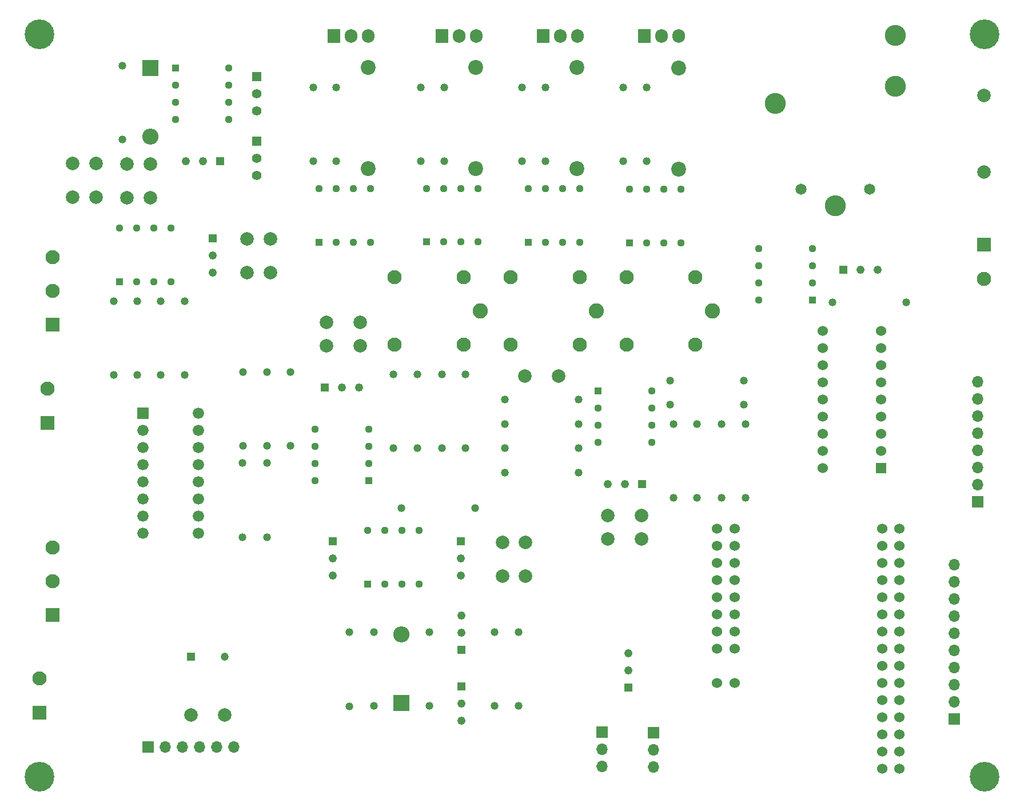
<source format=gbr>
%TF.GenerationSoftware,KiCad,Pcbnew,(6.0.0)*%
%TF.CreationDate,2022-02-11T13:12:22-03:00*%
%TF.ProjectId,Circuito de corriente,43697263-7569-4746-9f20-646520636f72,rev?*%
%TF.SameCoordinates,Original*%
%TF.FileFunction,Soldermask,Bot*%
%TF.FilePolarity,Negative*%
%FSLAX46Y46*%
G04 Gerber Fmt 4.6, Leading zero omitted, Abs format (unit mm)*
G04 Created by KiCad (PCBNEW (6.0.0)) date 2022-02-11 13:12:22*
%MOMM*%
%LPD*%
G01*
G04 APERTURE LIST*
%ADD10C,1.190000*%
%ADD11R,1.700000X1.700000*%
%ADD12O,1.700000X1.700000*%
%ADD13C,2.000000*%
%ADD14R,1.130000X1.130000*%
%ADD15C,1.130000*%
%ADD16R,2.400000X2.400000*%
%ADD17O,2.400000X2.400000*%
%ADD18C,2.100000*%
%ADD19C,2.250000*%
%ADD20C,2.200000*%
%ADD21R,1.905000X2.000000*%
%ADD22O,1.905000X2.000000*%
%ADD23R,1.218000X1.218000*%
%ADD24C,1.218000*%
%ADD25R,1.676400X1.676400*%
%ADD26C,1.676400*%
%ADD27R,2.100000X2.100000*%
%ADD28R,1.524000X1.524000*%
%ADD29C,1.524000*%
%ADD30C,0.700000*%
%ADD31C,4.400000*%
%ADD32R,1.410000X1.410000*%
%ADD33C,1.410000*%
%ADD34R,1.200000X1.200000*%
%ADD35C,1.200000*%
%ADD36C,1.650000*%
%ADD37C,3.116000*%
G04 APERTURE END LIST*
D10*
%TO.C,R29*%
X116134000Y-132225000D03*
X116134000Y-121295000D03*
%TD*%
D11*
%TO.C,J2*%
X209200000Y-101925000D03*
D12*
X209200000Y-99385000D03*
X209200000Y-96845000D03*
X209200000Y-94305000D03*
X209200000Y-91765000D03*
X209200000Y-89225000D03*
X209200000Y-84145000D03*
X209200000Y-86685000D03*
%TD*%
D13*
%TO.C,C2*%
X117700000Y-75400000D03*
X112700000Y-75400000D03*
%TD*%
D14*
%TO.C,U8*%
X118976250Y-98810000D03*
D15*
X118976250Y-96270000D03*
X118976250Y-93730000D03*
X118976250Y-91190000D03*
X111036250Y-91190000D03*
X111036250Y-93730000D03*
X111036250Y-96270000D03*
X111036250Y-98810000D03*
%TD*%
D16*
%TO.C,D2*%
X123800000Y-131800000D03*
D17*
X123800000Y-121640000D03*
%TD*%
D18*
%TO.C,K2*%
X150200000Y-68700000D03*
X150200000Y-78700000D03*
X140000000Y-68700000D03*
X140000000Y-78700000D03*
D19*
X152700000Y-73700000D03*
%TD*%
D10*
%TO.C,R27*%
X127934000Y-121235000D03*
X127934000Y-132165000D03*
%TD*%
%TO.C,R10*%
X126716666Y-51495000D03*
X126716666Y-40565000D03*
%TD*%
%TO.C,R12*%
X141716666Y-51495000D03*
X141716666Y-40565000D03*
%TD*%
%TO.C,R30*%
X134765000Y-102900000D03*
X123835000Y-102900000D03*
%TD*%
D20*
%TO.C,R11*%
X134850000Y-37630000D03*
X134850000Y-52630000D03*
%TD*%
D10*
%TO.C,R13*%
X156650000Y-51495000D03*
X156650000Y-40565000D03*
%TD*%
D13*
%TO.C,C9*%
X78600000Y-51800000D03*
X78600000Y-56800000D03*
%TD*%
D21*
%TO.C,U55*%
X113810000Y-32945000D03*
D22*
X116350000Y-32945000D03*
X118890000Y-32945000D03*
%TD*%
D10*
%TO.C,R34*%
X133300000Y-83035000D03*
X133300000Y-93965000D03*
%TD*%
%TO.C,R17*%
X167600000Y-90435000D03*
X167600000Y-101365000D03*
%TD*%
D11*
%TO.C,U5*%
X86350000Y-138300000D03*
D12*
X88890000Y-138300000D03*
X91430000Y-138300000D03*
X93970000Y-138300000D03*
X96510000Y-138300000D03*
X99050000Y-138300000D03*
%TD*%
D20*
%TO.C,R14*%
X164900000Y-37700000D03*
X164900000Y-52700000D03*
%TD*%
D14*
%TO.C,UA1*%
X184720000Y-72110000D03*
D15*
X184720000Y-69570000D03*
X184720000Y-67030000D03*
X184720000Y-64490000D03*
X176780000Y-64490000D03*
X176780000Y-67030000D03*
X176780000Y-69570000D03*
X176780000Y-72110000D03*
%TD*%
D23*
%TO.C,RV2*%
X96955250Y-51489629D03*
D24*
X94415250Y-51489629D03*
X91875250Y-51489629D03*
%TD*%
D10*
%TO.C,R21*%
X139135000Y-90400000D03*
X150065000Y-90400000D03*
%TD*%
D11*
%TO.C,J1*%
X205700000Y-134125000D03*
D12*
X205700000Y-131585000D03*
X205700000Y-129045000D03*
X205700000Y-126505000D03*
X205700000Y-123965000D03*
X205700000Y-121425000D03*
X205700000Y-118885000D03*
X205700000Y-116345000D03*
X205700000Y-113805000D03*
X205700000Y-111265000D03*
%TD*%
D14*
%TO.C,U6*%
X152992500Y-85490000D03*
D15*
X152992500Y-88030000D03*
X152992500Y-90570000D03*
X152992500Y-93110000D03*
X160932500Y-93110000D03*
X160932500Y-90570000D03*
X160932500Y-88030000D03*
X160932500Y-85490000D03*
%TD*%
D21*
%TO.C,U22*%
X159810000Y-32945000D03*
D22*
X162350000Y-32945000D03*
X164890000Y-32945000D03*
%TD*%
D25*
%TO.C,UB1*%
X85580000Y-88820000D03*
D26*
X85580000Y-91360000D03*
X85580000Y-93900000D03*
X85580000Y-96440000D03*
X85580000Y-98980000D03*
X85580000Y-101520000D03*
X85580000Y-104060000D03*
X85580000Y-106600000D03*
X93800000Y-106580000D03*
X93800000Y-104040000D03*
X93800000Y-101500000D03*
X93800000Y-98960000D03*
X93800000Y-96420000D03*
X93800000Y-93880000D03*
X93800000Y-91340000D03*
X93800000Y-88800000D03*
%TD*%
D27*
%TO.C,J5*%
X72200000Y-118700000D03*
D18*
X72200000Y-113700000D03*
X72200000Y-108700000D03*
%TD*%
D28*
%TO.C,U3*%
X194900000Y-97000000D03*
D29*
X194900000Y-94460000D03*
X194900000Y-91920000D03*
X194900000Y-89380000D03*
X194900000Y-86840000D03*
X194900000Y-84300000D03*
X194900000Y-81760000D03*
X194900000Y-79220000D03*
X194900000Y-76680000D03*
X186200000Y-76680000D03*
X186200000Y-79220000D03*
X186200000Y-81760000D03*
X186200000Y-84300000D03*
X186200000Y-86840000D03*
X186200000Y-89380000D03*
X186200000Y-91920000D03*
X186200000Y-94460000D03*
X186200000Y-97000000D03*
%TD*%
D13*
%TO.C,C15*%
X142200000Y-113000000D03*
X142200000Y-108000000D03*
%TD*%
D10*
%TO.C,R7*%
X82515250Y-48254629D03*
X82515250Y-37324629D03*
%TD*%
D23*
%TO.C,RV9*%
X157460000Y-129485000D03*
D24*
X157460000Y-126945000D03*
X157460000Y-124405000D03*
%TD*%
D10*
%TO.C,ROp1*%
X114150000Y-40565000D03*
X114150000Y-51495000D03*
%TD*%
%TO.C,R15*%
X174800000Y-90435000D03*
X174800000Y-101365000D03*
%TD*%
%TO.C,R39*%
X187635000Y-72400000D03*
X198565000Y-72400000D03*
%TD*%
%TO.C,R19*%
X139135000Y-97600000D03*
X150065000Y-97600000D03*
%TD*%
D14*
%TO.C,UA5*%
X157640000Y-63600000D03*
D15*
X160180000Y-63600000D03*
X162720000Y-63600000D03*
X165260000Y-63600000D03*
X165260000Y-55660000D03*
X162720000Y-55660000D03*
X160180000Y-55660000D03*
X157640000Y-55660000D03*
%TD*%
D10*
%TO.C,R16*%
X171200000Y-101365000D03*
X171200000Y-90435000D03*
%TD*%
D14*
%TO.C,UA3*%
X127590000Y-63470000D03*
D15*
X130130000Y-63470000D03*
X132670000Y-63470000D03*
X135210000Y-63470000D03*
X135210000Y-55530000D03*
X132670000Y-55530000D03*
X130130000Y-55530000D03*
X127590000Y-55530000D03*
%TD*%
D13*
%TO.C,C6*%
X101000000Y-63000000D03*
X101000000Y-68000000D03*
%TD*%
D10*
%TO.C,R23*%
X163585000Y-84000000D03*
X174515000Y-84000000D03*
%TD*%
D14*
%TO.C,UA4*%
X142640000Y-63500000D03*
D15*
X145180000Y-63500000D03*
X147720000Y-63500000D03*
X150260000Y-63500000D03*
X150260000Y-55560000D03*
X147720000Y-55560000D03*
X145180000Y-55560000D03*
X142640000Y-55560000D03*
%TD*%
D30*
%TO.C,H1*%
X69033274Y-31533274D03*
X70200000Y-31050000D03*
X71366726Y-31533274D03*
X70200000Y-34350000D03*
D31*
X70200000Y-32700000D03*
D30*
X68550000Y-32700000D03*
X69033274Y-33866726D03*
X71850000Y-32700000D03*
X71366726Y-33866726D03*
%TD*%
D10*
%TO.C,R25*%
X141200000Y-132165000D03*
X141200000Y-121235000D03*
%TD*%
D23*
%TO.C,RV3*%
X159440000Y-99300000D03*
D24*
X156900000Y-99300000D03*
X154360000Y-99300000D03*
%TD*%
D13*
%TO.C,C14*%
X138800000Y-113000000D03*
X138800000Y-108000000D03*
%TD*%
D10*
%TO.C,R8*%
X110750000Y-51495000D03*
X110750000Y-40565000D03*
%TD*%
D30*
%TO.C,H4*%
X71366726Y-143866726D03*
X69033274Y-143866726D03*
X68550000Y-142700000D03*
X70200000Y-141050000D03*
X69033274Y-141533274D03*
X71366726Y-141533274D03*
X70200000Y-144350000D03*
D31*
X70200000Y-142700000D03*
D30*
X71850000Y-142700000D03*
%TD*%
D23*
%TO.C,RV6*%
X113700000Y-107815000D03*
D24*
X113700000Y-110355000D03*
X113700000Y-112895000D03*
%TD*%
D10*
%TO.C,R28*%
X119734000Y-132165000D03*
X119734000Y-121235000D03*
%TD*%
%TO.C,R36*%
X103900000Y-93665000D03*
X103900000Y-82735000D03*
%TD*%
D21*
%TO.C,U18*%
X129810000Y-32945000D03*
D22*
X132350000Y-32945000D03*
X134890000Y-32945000D03*
%TD*%
D13*
%TO.C,C5*%
X159400000Y-107500000D03*
X154400000Y-107500000D03*
%TD*%
D18*
%TO.C,K3*%
X167350000Y-68700000D03*
X167350000Y-78700000D03*
X157150000Y-68700000D03*
X157150000Y-78700000D03*
D19*
X169850000Y-73700000D03*
%TD*%
D14*
%TO.C,UA2*%
X111640000Y-63500000D03*
D15*
X114180000Y-63500000D03*
X116720000Y-63500000D03*
X119260000Y-63500000D03*
X119260000Y-55560000D03*
X116720000Y-55560000D03*
X114180000Y-55560000D03*
X111640000Y-55560000D03*
%TD*%
D13*
%TO.C,C12*%
X92700000Y-133500000D03*
X97700000Y-133500000D03*
%TD*%
D10*
%TO.C,R3*%
X91700000Y-83165000D03*
X91700000Y-72235000D03*
%TD*%
%TO.C,R20*%
X139135000Y-94000000D03*
X150065000Y-94000000D03*
%TD*%
D13*
%TO.C,U16*%
X210096000Y-53132000D03*
X210096000Y-41732000D03*
%TD*%
D10*
%TO.C,R5*%
X84700000Y-72235000D03*
X84700000Y-83165000D03*
%TD*%
D14*
%TO.C,U1*%
X82090000Y-69338750D03*
D15*
X84630000Y-69338750D03*
X87170000Y-69338750D03*
X89710000Y-69338750D03*
X89710000Y-61398750D03*
X87170000Y-61398750D03*
X84630000Y-61398750D03*
X82090000Y-61398750D03*
%TD*%
D13*
%TO.C,C11*%
X83215250Y-51889629D03*
X83215250Y-56889629D03*
%TD*%
D21*
%TO.C,U20*%
X144810000Y-32945000D03*
D22*
X147350000Y-32945000D03*
X149890000Y-32945000D03*
%TD*%
D18*
%TO.C,J6*%
X72200000Y-65700000D03*
X72200000Y-70700000D03*
D27*
X72200000Y-75700000D03*
%TD*%
D23*
%TO.C,RV4*%
X132734000Y-129320000D03*
D24*
X132734000Y-131860000D03*
X132734000Y-134400000D03*
%TD*%
D13*
%TO.C,C4*%
X154400000Y-104000000D03*
X159400000Y-104000000D03*
%TD*%
D20*
%TO.C,R9*%
X118950000Y-37630000D03*
X118950000Y-52630000D03*
%TD*%
D10*
%TO.C,R35*%
X100400000Y-82735000D03*
X100400000Y-93665000D03*
%TD*%
%TO.C,R38*%
X107400000Y-82735000D03*
X107400000Y-93665000D03*
%TD*%
D23*
%TO.C,RV1*%
X95900000Y-62960000D03*
D24*
X95900000Y-65500000D03*
X95900000Y-68040000D03*
%TD*%
D10*
%TO.C,R32*%
X126200000Y-83035000D03*
X126200000Y-93965000D03*
%TD*%
D30*
%TO.C,H2*%
X210200000Y-31050000D03*
X209033274Y-33866726D03*
X208550000Y-32700000D03*
D31*
X210200000Y-32700000D03*
D30*
X211850000Y-32700000D03*
X211366726Y-31533274D03*
X210200000Y-34350000D03*
X209033274Y-31533274D03*
X211366726Y-33866726D03*
%TD*%
D10*
%TO.C,R18*%
X164100000Y-101365000D03*
X164100000Y-90435000D03*
%TD*%
%TO.C,R31*%
X122600000Y-83035000D03*
X122600000Y-93965000D03*
%TD*%
D18*
%TO.C,J3*%
X71376098Y-85160000D03*
D27*
X71376098Y-90240000D03*
%TD*%
D10*
%TO.C,ROp3*%
X145150000Y-40565000D03*
X145150000Y-51495000D03*
%TD*%
D20*
%TO.C,R37*%
X149850000Y-37630000D03*
X149850000Y-52630000D03*
%TD*%
D29*
%TO.C,U4*%
X170550000Y-128775000D03*
X173166000Y-128775000D03*
X197550000Y-141475000D03*
X197550000Y-138935000D03*
X197550000Y-136395000D03*
X197550000Y-133855000D03*
X197550000Y-131315000D03*
X197550000Y-128775000D03*
X197550000Y-126235000D03*
X197550000Y-123695000D03*
X197550000Y-121155000D03*
X197550000Y-118615000D03*
X197550000Y-116075000D03*
X197550000Y-113535000D03*
X197550000Y-110995000D03*
X197550000Y-108455000D03*
X197550000Y-105915000D03*
X195010000Y-105915000D03*
X195010000Y-108455000D03*
X195010000Y-110995000D03*
X195010000Y-113535000D03*
X195010000Y-116075000D03*
X195010000Y-118615000D03*
X195010000Y-121155000D03*
X195010000Y-123695000D03*
X195010000Y-126235000D03*
X195010000Y-128775000D03*
X195010000Y-131315000D03*
X195010000Y-133855000D03*
X195010000Y-136395000D03*
X195010000Y-138935000D03*
X195010000Y-141475000D03*
X173166000Y-123695000D03*
X173166000Y-121155000D03*
X173166000Y-118615000D03*
X173166000Y-116075000D03*
X173166000Y-113535000D03*
X173166000Y-110995000D03*
X173166000Y-108455000D03*
X173166000Y-105975000D03*
X170550000Y-105975000D03*
X170550000Y-108455000D03*
X170550000Y-110995000D03*
X170550000Y-113535000D03*
X170550000Y-116075000D03*
X170550000Y-118615000D03*
X170550000Y-121155000D03*
X170550000Y-123695000D03*
%TD*%
D14*
%TO.C,U7*%
X118790000Y-114145000D03*
D15*
X121330000Y-114145000D03*
X123870000Y-114145000D03*
X126410000Y-114145000D03*
X126410000Y-106205000D03*
X123870000Y-106205000D03*
X121330000Y-106205000D03*
X118790000Y-106205000D03*
%TD*%
D18*
%TO.C,K1*%
X133050000Y-68700000D03*
X133050000Y-78700000D03*
X122850000Y-68700000D03*
X122850000Y-78700000D03*
D19*
X135550000Y-73700000D03*
%TD*%
D32*
%TO.C,Q2*%
X102362750Y-48549629D03*
D33*
X102362750Y-51089629D03*
X102362750Y-53629629D03*
%TD*%
D31*
%TO.C,H3*%
X210200000Y-142700000D03*
D30*
X208550000Y-142700000D03*
X211366726Y-141533274D03*
X210200000Y-144350000D03*
X211850000Y-142700000D03*
X209033274Y-141533274D03*
X211366726Y-143866726D03*
X210200000Y-141050000D03*
X209033274Y-143866726D03*
%TD*%
D13*
%TO.C,C1*%
X117700000Y-78800000D03*
X112700000Y-78800000D03*
%TD*%
D10*
%TO.C,ROp2*%
X130150000Y-40565000D03*
X130150000Y-51495000D03*
%TD*%
%TO.C,R22*%
X139135000Y-86800000D03*
X150065000Y-86800000D03*
%TD*%
%TO.C,R2*%
X100300000Y-96235000D03*
X100300000Y-107165000D03*
%TD*%
%TO.C,ROp4*%
X160150000Y-40565000D03*
X160150000Y-51495000D03*
%TD*%
D16*
%TO.C,D1*%
X86615250Y-37689629D03*
D17*
X86615250Y-47849629D03*
%TD*%
D10*
%TO.C,R26*%
X137600000Y-121235000D03*
X137600000Y-132165000D03*
%TD*%
D13*
%TO.C,C10*%
X86615250Y-56889629D03*
X86615250Y-51889629D03*
%TD*%
D23*
%TO.C,RV7*%
X132600000Y-107760000D03*
D24*
X132600000Y-110300000D03*
X132600000Y-112840000D03*
%TD*%
D10*
%TO.C,R33*%
X129800000Y-83035000D03*
X129800000Y-93965000D03*
%TD*%
D34*
%TO.C,C13*%
X92700000Y-124900000D03*
D35*
X97700000Y-124900000D03*
%TD*%
D12*
%TO.C,U13*%
X161200000Y-138715000D03*
X161200000Y-141255000D03*
D11*
X161200000Y-136175000D03*
%TD*%
D13*
%TO.C,C3*%
X142100000Y-83300000D03*
X147100000Y-83300000D03*
%TD*%
D10*
%TO.C,R24*%
X174565000Y-87600000D03*
X163635000Y-87600000D03*
%TD*%
D13*
%TO.C,C7*%
X104400000Y-68000000D03*
X104400000Y-63000000D03*
%TD*%
D10*
%TO.C,R1*%
X103900000Y-107165000D03*
X103900000Y-96235000D03*
%TD*%
D23*
%TO.C,RV8*%
X112460000Y-85000000D03*
D24*
X115000000Y-85000000D03*
X117540000Y-85000000D03*
%TD*%
D13*
%TO.C,C8*%
X75100000Y-51800000D03*
X75100000Y-56800000D03*
%TD*%
D23*
%TO.C,RV5*%
X132734000Y-123900000D03*
D24*
X132734000Y-121360000D03*
X132734000Y-118820000D03*
%TD*%
D18*
%TO.C,J7*%
X210096000Y-68972000D03*
D27*
X210096000Y-63892000D03*
%TD*%
D32*
%TO.C,Q1*%
X102362750Y-38993210D03*
D33*
X102362750Y-41533210D03*
X102362750Y-44073210D03*
%TD*%
D10*
%TO.C,R6*%
X81200000Y-83165000D03*
X81200000Y-72235000D03*
%TD*%
D14*
%TO.C,U2*%
X90345250Y-37679629D03*
D15*
X90345250Y-40219629D03*
X90345250Y-42759629D03*
X90345250Y-45299629D03*
X98285250Y-45299629D03*
X98285250Y-42759629D03*
X98285250Y-40219629D03*
X98285250Y-37679629D03*
%TD*%
D11*
%TO.C,M1*%
X153525000Y-136040000D03*
D12*
X153525000Y-138580000D03*
X153525000Y-141120000D03*
%TD*%
D10*
%TO.C,R4*%
X88200000Y-83165000D03*
X88200000Y-72235000D03*
%TD*%
D27*
%TO.C,J4*%
X70200000Y-133240000D03*
D18*
X70200000Y-128160000D03*
%TD*%
D36*
%TO.C,K4*%
X182996000Y-55632000D03*
X193196000Y-55632000D03*
D37*
X188096000Y-58132000D03*
X179196000Y-42932000D03*
X196996000Y-32832000D03*
X196996000Y-40432000D03*
%TD*%
D23*
%TO.C,RV10*%
X189260000Y-67600000D03*
D24*
X191800000Y-67600000D03*
X194340000Y-67600000D03*
%TD*%
M02*

</source>
